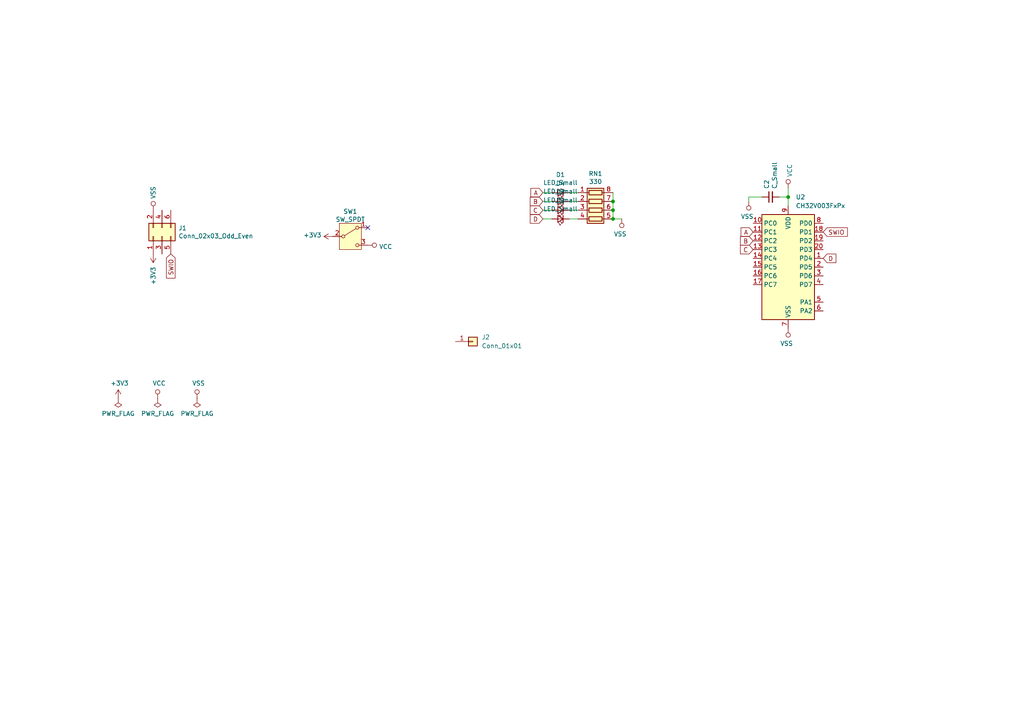
<source format=kicad_sch>
(kicad_sch
	(version 20231120)
	(generator "eeschema")
	(generator_version "8.0")
	(uuid "2c3898c7-9f13-4f33-8bb2-19e8401624be")
	(paper "A4")
	(lib_symbols
		(symbol "Connector_Generic:Conn_01x01"
			(pin_names
				(offset 1.016) hide)
			(exclude_from_sim no)
			(in_bom yes)
			(on_board yes)
			(property "Reference" "J"
				(at 0 2.54 0)
				(effects
					(font
						(size 1.27 1.27)
					)
				)
			)
			(property "Value" "Conn_01x01"
				(at 0 -2.54 0)
				(effects
					(font
						(size 1.27 1.27)
					)
				)
			)
			(property "Footprint" ""
				(at 0 0 0)
				(effects
					(font
						(size 1.27 1.27)
					)
					(hide yes)
				)
			)
			(property "Datasheet" "~"
				(at 0 0 0)
				(effects
					(font
						(size 1.27 1.27)
					)
					(hide yes)
				)
			)
			(property "Description" "Generic connector, single row, 01x01, script generated (kicad-library-utils/schlib/autogen/connector/)"
				(at 0 0 0)
				(effects
					(font
						(size 1.27 1.27)
					)
					(hide yes)
				)
			)
			(property "ki_keywords" "connector"
				(at 0 0 0)
				(effects
					(font
						(size 1.27 1.27)
					)
					(hide yes)
				)
			)
			(property "ki_fp_filters" "Connector*:*_1x??_*"
				(at 0 0 0)
				(effects
					(font
						(size 1.27 1.27)
					)
					(hide yes)
				)
			)
			(symbol "Conn_01x01_1_1"
				(rectangle
					(start -1.27 0.127)
					(end 0 -0.127)
					(stroke
						(width 0.1524)
						(type default)
					)
					(fill
						(type none)
					)
				)
				(rectangle
					(start -1.27 1.27)
					(end 1.27 -1.27)
					(stroke
						(width 0.254)
						(type default)
					)
					(fill
						(type background)
					)
				)
				(pin passive line
					(at -5.08 0 0)
					(length 3.81)
					(name "Pin_1"
						(effects
							(font
								(size 1.27 1.27)
							)
						)
					)
					(number "1"
						(effects
							(font
								(size 1.27 1.27)
							)
						)
					)
				)
			)
		)
		(symbol "Connector_Generic:Conn_02x03_Odd_Even"
			(pin_names
				(offset 1.016) hide)
			(exclude_from_sim no)
			(in_bom yes)
			(on_board yes)
			(property "Reference" "J"
				(at 1.27 5.08 0)
				(effects
					(font
						(size 1.27 1.27)
					)
				)
			)
			(property "Value" "Conn_02x03_Odd_Even"
				(at 1.27 -5.08 0)
				(effects
					(font
						(size 1.27 1.27)
					)
				)
			)
			(property "Footprint" ""
				(at 0 0 0)
				(effects
					(font
						(size 1.27 1.27)
					)
					(hide yes)
				)
			)
			(property "Datasheet" "~"
				(at 0 0 0)
				(effects
					(font
						(size 1.27 1.27)
					)
					(hide yes)
				)
			)
			(property "Description" "Generic connector, double row, 02x03, odd/even pin numbering scheme (row 1 odd numbers, row 2 even numbers), script generated (kicad-library-utils/schlib/autogen/connector/)"
				(at 0 0 0)
				(effects
					(font
						(size 1.27 1.27)
					)
					(hide yes)
				)
			)
			(property "ki_keywords" "connector"
				(at 0 0 0)
				(effects
					(font
						(size 1.27 1.27)
					)
					(hide yes)
				)
			)
			(property "ki_fp_filters" "Connector*:*_2x??_*"
				(at 0 0 0)
				(effects
					(font
						(size 1.27 1.27)
					)
					(hide yes)
				)
			)
			(symbol "Conn_02x03_Odd_Even_1_1"
				(rectangle
					(start -1.27 -2.413)
					(end 0 -2.667)
					(stroke
						(width 0.1524)
						(type default)
					)
					(fill
						(type none)
					)
				)
				(rectangle
					(start -1.27 0.127)
					(end 0 -0.127)
					(stroke
						(width 0.1524)
						(type default)
					)
					(fill
						(type none)
					)
				)
				(rectangle
					(start -1.27 2.667)
					(end 0 2.413)
					(stroke
						(width 0.1524)
						(type default)
					)
					(fill
						(type none)
					)
				)
				(rectangle
					(start -1.27 3.81)
					(end 3.81 -3.81)
					(stroke
						(width 0.254)
						(type default)
					)
					(fill
						(type background)
					)
				)
				(rectangle
					(start 3.81 -2.413)
					(end 2.54 -2.667)
					(stroke
						(width 0.1524)
						(type default)
					)
					(fill
						(type none)
					)
				)
				(rectangle
					(start 3.81 0.127)
					(end 2.54 -0.127)
					(stroke
						(width 0.1524)
						(type default)
					)
					(fill
						(type none)
					)
				)
				(rectangle
					(start 3.81 2.667)
					(end 2.54 2.413)
					(stroke
						(width 0.1524)
						(type default)
					)
					(fill
						(type none)
					)
				)
				(pin passive line
					(at -5.08 2.54 0)
					(length 3.81)
					(name "Pin_1"
						(effects
							(font
								(size 1.27 1.27)
							)
						)
					)
					(number "1"
						(effects
							(font
								(size 1.27 1.27)
							)
						)
					)
				)
				(pin passive line
					(at 7.62 2.54 180)
					(length 3.81)
					(name "Pin_2"
						(effects
							(font
								(size 1.27 1.27)
							)
						)
					)
					(number "2"
						(effects
							(font
								(size 1.27 1.27)
							)
						)
					)
				)
				(pin passive line
					(at -5.08 0 0)
					(length 3.81)
					(name "Pin_3"
						(effects
							(font
								(size 1.27 1.27)
							)
						)
					)
					(number "3"
						(effects
							(font
								(size 1.27 1.27)
							)
						)
					)
				)
				(pin passive line
					(at 7.62 0 180)
					(length 3.81)
					(name "Pin_4"
						(effects
							(font
								(size 1.27 1.27)
							)
						)
					)
					(number "4"
						(effects
							(font
								(size 1.27 1.27)
							)
						)
					)
				)
				(pin passive line
					(at -5.08 -2.54 0)
					(length 3.81)
					(name "Pin_5"
						(effects
							(font
								(size 1.27 1.27)
							)
						)
					)
					(number "5"
						(effects
							(font
								(size 1.27 1.27)
							)
						)
					)
				)
				(pin passive line
					(at 7.62 -2.54 180)
					(length 3.81)
					(name "Pin_6"
						(effects
							(font
								(size 1.27 1.27)
							)
						)
					)
					(number "6"
						(effects
							(font
								(size 1.27 1.27)
							)
						)
					)
				)
			)
		)
		(symbol "Device:C_Small"
			(pin_numbers hide)
			(pin_names
				(offset 0.254) hide)
			(exclude_from_sim no)
			(in_bom yes)
			(on_board yes)
			(property "Reference" "C"
				(at 0.254 1.778 0)
				(effects
					(font
						(size 1.27 1.27)
					)
					(justify left)
				)
			)
			(property "Value" "C_Small"
				(at 0.254 -2.032 0)
				(effects
					(font
						(size 1.27 1.27)
					)
					(justify left)
				)
			)
			(property "Footprint" ""
				(at 0 0 0)
				(effects
					(font
						(size 1.27 1.27)
					)
					(hide yes)
				)
			)
			(property "Datasheet" "~"
				(at 0 0 0)
				(effects
					(font
						(size 1.27 1.27)
					)
					(hide yes)
				)
			)
			(property "Description" "Unpolarized capacitor, small symbol"
				(at 0 0 0)
				(effects
					(font
						(size 1.27 1.27)
					)
					(hide yes)
				)
			)
			(property "ki_keywords" "capacitor cap"
				(at 0 0 0)
				(effects
					(font
						(size 1.27 1.27)
					)
					(hide yes)
				)
			)
			(property "ki_fp_filters" "C_*"
				(at 0 0 0)
				(effects
					(font
						(size 1.27 1.27)
					)
					(hide yes)
				)
			)
			(symbol "C_Small_0_1"
				(polyline
					(pts
						(xy -1.524 -0.508) (xy 1.524 -0.508)
					)
					(stroke
						(width 0.3302)
						(type default)
					)
					(fill
						(type none)
					)
				)
				(polyline
					(pts
						(xy -1.524 0.508) (xy 1.524 0.508)
					)
					(stroke
						(width 0.3048)
						(type default)
					)
					(fill
						(type none)
					)
				)
			)
			(symbol "C_Small_1_1"
				(pin passive line
					(at 0 2.54 270)
					(length 2.032)
					(name "~"
						(effects
							(font
								(size 1.27 1.27)
							)
						)
					)
					(number "1"
						(effects
							(font
								(size 1.27 1.27)
							)
						)
					)
				)
				(pin passive line
					(at 0 -2.54 90)
					(length 2.032)
					(name "~"
						(effects
							(font
								(size 1.27 1.27)
							)
						)
					)
					(number "2"
						(effects
							(font
								(size 1.27 1.27)
							)
						)
					)
				)
			)
		)
		(symbol "Device:LED_Small"
			(pin_numbers hide)
			(pin_names
				(offset 0.254) hide)
			(exclude_from_sim no)
			(in_bom yes)
			(on_board yes)
			(property "Reference" "D"
				(at -1.27 3.175 0)
				(effects
					(font
						(size 1.27 1.27)
					)
					(justify left)
				)
			)
			(property "Value" "LED_Small"
				(at -4.445 -2.54 0)
				(effects
					(font
						(size 1.27 1.27)
					)
					(justify left)
				)
			)
			(property "Footprint" ""
				(at 0 0 90)
				(effects
					(font
						(size 1.27 1.27)
					)
					(hide yes)
				)
			)
			(property "Datasheet" "~"
				(at 0 0 90)
				(effects
					(font
						(size 1.27 1.27)
					)
					(hide yes)
				)
			)
			(property "Description" "Light emitting diode, small symbol"
				(at 0 0 0)
				(effects
					(font
						(size 1.27 1.27)
					)
					(hide yes)
				)
			)
			(property "ki_keywords" "LED diode light-emitting-diode"
				(at 0 0 0)
				(effects
					(font
						(size 1.27 1.27)
					)
					(hide yes)
				)
			)
			(property "ki_fp_filters" "LED* LED_SMD:* LED_THT:*"
				(at 0 0 0)
				(effects
					(font
						(size 1.27 1.27)
					)
					(hide yes)
				)
			)
			(symbol "LED_Small_0_1"
				(polyline
					(pts
						(xy -0.762 -1.016) (xy -0.762 1.016)
					)
					(stroke
						(width 0.254)
						(type default)
					)
					(fill
						(type none)
					)
				)
				(polyline
					(pts
						(xy 1.016 0) (xy -0.762 0)
					)
					(stroke
						(width 0)
						(type default)
					)
					(fill
						(type none)
					)
				)
				(polyline
					(pts
						(xy 0.762 -1.016) (xy -0.762 0) (xy 0.762 1.016) (xy 0.762 -1.016)
					)
					(stroke
						(width 0.254)
						(type default)
					)
					(fill
						(type none)
					)
				)
				(polyline
					(pts
						(xy 0 0.762) (xy -0.508 1.27) (xy -0.254 1.27) (xy -0.508 1.27) (xy -0.508 1.016)
					)
					(stroke
						(width 0)
						(type default)
					)
					(fill
						(type none)
					)
				)
				(polyline
					(pts
						(xy 0.508 1.27) (xy 0 1.778) (xy 0.254 1.778) (xy 0 1.778) (xy 0 1.524)
					)
					(stroke
						(width 0)
						(type default)
					)
					(fill
						(type none)
					)
				)
			)
			(symbol "LED_Small_1_1"
				(pin passive line
					(at -2.54 0 0)
					(length 1.778)
					(name "K"
						(effects
							(font
								(size 1.27 1.27)
							)
						)
					)
					(number "1"
						(effects
							(font
								(size 1.27 1.27)
							)
						)
					)
				)
				(pin passive line
					(at 2.54 0 180)
					(length 1.778)
					(name "A"
						(effects
							(font
								(size 1.27 1.27)
							)
						)
					)
					(number "2"
						(effects
							(font
								(size 1.27 1.27)
							)
						)
					)
				)
			)
		)
		(symbol "Device:R_Pack04"
			(pin_names
				(offset 0) hide)
			(exclude_from_sim no)
			(in_bom yes)
			(on_board yes)
			(property "Reference" "RN"
				(at -7.62 0 90)
				(effects
					(font
						(size 1.27 1.27)
					)
				)
			)
			(property "Value" "R_Pack04"
				(at 5.08 0 90)
				(effects
					(font
						(size 1.27 1.27)
					)
				)
			)
			(property "Footprint" ""
				(at 6.985 0 90)
				(effects
					(font
						(size 1.27 1.27)
					)
					(hide yes)
				)
			)
			(property "Datasheet" "~"
				(at 0 0 0)
				(effects
					(font
						(size 1.27 1.27)
					)
					(hide yes)
				)
			)
			(property "Description" "4 resistor network, parallel topology"
				(at 0 0 0)
				(effects
					(font
						(size 1.27 1.27)
					)
					(hide yes)
				)
			)
			(property "ki_keywords" "R network parallel topology isolated"
				(at 0 0 0)
				(effects
					(font
						(size 1.27 1.27)
					)
					(hide yes)
				)
			)
			(property "ki_fp_filters" "DIP* SOIC* R*Array*Concave* R*Array*Convex* MSOP*"
				(at 0 0 0)
				(effects
					(font
						(size 1.27 1.27)
					)
					(hide yes)
				)
			)
			(symbol "R_Pack04_0_1"
				(rectangle
					(start -6.35 -2.413)
					(end 3.81 2.413)
					(stroke
						(width 0.254)
						(type default)
					)
					(fill
						(type background)
					)
				)
				(rectangle
					(start -5.715 1.905)
					(end -4.445 -1.905)
					(stroke
						(width 0.254)
						(type default)
					)
					(fill
						(type none)
					)
				)
				(rectangle
					(start -3.175 1.905)
					(end -1.905 -1.905)
					(stroke
						(width 0.254)
						(type default)
					)
					(fill
						(type none)
					)
				)
				(rectangle
					(start -0.635 1.905)
					(end 0.635 -1.905)
					(stroke
						(width 0.254)
						(type default)
					)
					(fill
						(type none)
					)
				)
				(polyline
					(pts
						(xy -5.08 -2.54) (xy -5.08 -1.905)
					)
					(stroke
						(width 0)
						(type default)
					)
					(fill
						(type none)
					)
				)
				(polyline
					(pts
						(xy -5.08 1.905) (xy -5.08 2.54)
					)
					(stroke
						(width 0)
						(type default)
					)
					(fill
						(type none)
					)
				)
				(polyline
					(pts
						(xy -2.54 -2.54) (xy -2.54 -1.905)
					)
					(stroke
						(width 0)
						(type default)
					)
					(fill
						(type none)
					)
				)
				(polyline
					(pts
						(xy -2.54 1.905) (xy -2.54 2.54)
					)
					(stroke
						(width 0)
						(type default)
					)
					(fill
						(type none)
					)
				)
				(polyline
					(pts
						(xy 0 -2.54) (xy 0 -1.905)
					)
					(stroke
						(width 0)
						(type default)
					)
					(fill
						(type none)
					)
				)
				(polyline
					(pts
						(xy 0 1.905) (xy 0 2.54)
					)
					(stroke
						(width 0)
						(type default)
					)
					(fill
						(type none)
					)
				)
				(polyline
					(pts
						(xy 2.54 -2.54) (xy 2.54 -1.905)
					)
					(stroke
						(width 0)
						(type default)
					)
					(fill
						(type none)
					)
				)
				(polyline
					(pts
						(xy 2.54 1.905) (xy 2.54 2.54)
					)
					(stroke
						(width 0)
						(type default)
					)
					(fill
						(type none)
					)
				)
				(rectangle
					(start 1.905 1.905)
					(end 3.175 -1.905)
					(stroke
						(width 0.254)
						(type default)
					)
					(fill
						(type none)
					)
				)
			)
			(symbol "R_Pack04_1_1"
				(pin passive line
					(at -5.08 -5.08 90)
					(length 2.54)
					(name "R1.1"
						(effects
							(font
								(size 1.27 1.27)
							)
						)
					)
					(number "1"
						(effects
							(font
								(size 1.27 1.27)
							)
						)
					)
				)
				(pin passive line
					(at -2.54 -5.08 90)
					(length 2.54)
					(name "R2.1"
						(effects
							(font
								(size 1.27 1.27)
							)
						)
					)
					(number "2"
						(effects
							(font
								(size 1.27 1.27)
							)
						)
					)
				)
				(pin passive line
					(at 0 -5.08 90)
					(length 2.54)
					(name "R3.1"
						(effects
							(font
								(size 1.27 1.27)
							)
						)
					)
					(number "3"
						(effects
							(font
								(size 1.27 1.27)
							)
						)
					)
				)
				(pin passive line
					(at 2.54 -5.08 90)
					(length 2.54)
					(name "R4.1"
						(effects
							(font
								(size 1.27 1.27)
							)
						)
					)
					(number "4"
						(effects
							(font
								(size 1.27 1.27)
							)
						)
					)
				)
				(pin passive line
					(at 2.54 5.08 270)
					(length 2.54)
					(name "R4.2"
						(effects
							(font
								(size 1.27 1.27)
							)
						)
					)
					(number "5"
						(effects
							(font
								(size 1.27 1.27)
							)
						)
					)
				)
				(pin passive line
					(at 0 5.08 270)
					(length 2.54)
					(name "R3.2"
						(effects
							(font
								(size 1.27 1.27)
							)
						)
					)
					(number "6"
						(effects
							(font
								(size 1.27 1.27)
							)
						)
					)
				)
				(pin passive line
					(at -2.54 5.08 270)
					(length 2.54)
					(name "R2.2"
						(effects
							(font
								(size 1.27 1.27)
							)
						)
					)
					(number "7"
						(effects
							(font
								(size 1.27 1.27)
							)
						)
					)
				)
				(pin passive line
					(at -5.08 5.08 270)
					(length 2.54)
					(name "R1.2"
						(effects
							(font
								(size 1.27 1.27)
							)
						)
					)
					(number "8"
						(effects
							(font
								(size 1.27 1.27)
							)
						)
					)
				)
			)
		)
		(symbol "DumpsterElectroFire-rescue:+3V3-power"
			(power)
			(pin_names
				(offset 0)
			)
			(exclude_from_sim no)
			(in_bom yes)
			(on_board yes)
			(property "Reference" "#PWR"
				(at 0 -3.81 0)
				(effects
					(font
						(size 1.27 1.27)
					)
					(hide yes)
				)
			)
			(property "Value" "power_+3V3"
				(at 0 3.556 0)
				(effects
					(font
						(size 1.27 1.27)
					)
				)
			)
			(property "Footprint" ""
				(at 0 0 0)
				(effects
					(font
						(size 1.27 1.27)
					)
					(hide yes)
				)
			)
			(property "Datasheet" ""
				(at 0 0 0)
				(effects
					(font
						(size 1.27 1.27)
					)
					(hide yes)
				)
			)
			(property "Description" ""
				(at 0 0 0)
				(effects
					(font
						(size 1.27 1.27)
					)
					(hide yes)
				)
			)
			(symbol "+3V3-power_0_1"
				(polyline
					(pts
						(xy -0.762 1.27) (xy 0 2.54)
					)
					(stroke
						(width 0)
						(type solid)
					)
					(fill
						(type none)
					)
				)
				(polyline
					(pts
						(xy 0 0) (xy 0 2.54)
					)
					(stroke
						(width 0)
						(type solid)
					)
					(fill
						(type none)
					)
				)
				(polyline
					(pts
						(xy 0 2.54) (xy 0.762 1.27)
					)
					(stroke
						(width 0)
						(type solid)
					)
					(fill
						(type none)
					)
				)
			)
			(symbol "+3V3-power_1_1"
				(pin power_in line
					(at 0 0 90)
					(length 0) hide
					(name "+3V3"
						(effects
							(font
								(size 1.27 1.27)
							)
						)
					)
					(number "1"
						(effects
							(font
								(size 1.27 1.27)
							)
						)
					)
				)
			)
		)
		(symbol "DumpsterElectroFire-rescue:PWR_FLAG-power"
			(power)
			(pin_numbers hide)
			(pin_names
				(offset 0) hide)
			(exclude_from_sim no)
			(in_bom yes)
			(on_board yes)
			(property "Reference" "#FLG"
				(at 0 1.905 0)
				(effects
					(font
						(size 1.27 1.27)
					)
					(hide yes)
				)
			)
			(property "Value" "power_PWR_FLAG"
				(at 0 3.81 0)
				(effects
					(font
						(size 1.27 1.27)
					)
				)
			)
			(property "Footprint" ""
				(at 0 0 0)
				(effects
					(font
						(size 1.27 1.27)
					)
					(hide yes)
				)
			)
			(property "Datasheet" ""
				(at 0 0 0)
				(effects
					(font
						(size 1.27 1.27)
					)
					(hide yes)
				)
			)
			(property "Description" ""
				(at 0 0 0)
				(effects
					(font
						(size 1.27 1.27)
					)
					(hide yes)
				)
			)
			(symbol "PWR_FLAG-power_0_0"
				(pin power_out line
					(at 0 0 90)
					(length 0)
					(name "pwr"
						(effects
							(font
								(size 1.27 1.27)
							)
						)
					)
					(number "1"
						(effects
							(font
								(size 1.27 1.27)
							)
						)
					)
				)
			)
			(symbol "PWR_FLAG-power_0_1"
				(polyline
					(pts
						(xy 0 0) (xy 0 1.27) (xy -1.016 1.905) (xy 0 2.54) (xy 1.016 1.905) (xy 0 1.27)
					)
					(stroke
						(width 0)
						(type solid)
					)
					(fill
						(type none)
					)
				)
			)
		)
		(symbol "DumpsterElectroFire-rescue:VCC-power"
			(power)
			(pin_names
				(offset 0)
			)
			(exclude_from_sim no)
			(in_bom yes)
			(on_board yes)
			(property "Reference" "#PWR"
				(at 0 -3.81 0)
				(effects
					(font
						(size 1.27 1.27)
					)
					(hide yes)
				)
			)
			(property "Value" "power_VCC"
				(at 0 3.81 0)
				(effects
					(font
						(size 1.27 1.27)
					)
				)
			)
			(property "Footprint" ""
				(at 0 0 0)
				(effects
					(font
						(size 1.27 1.27)
					)
					(hide yes)
				)
			)
			(property "Datasheet" ""
				(at 0 0 0)
				(effects
					(font
						(size 1.27 1.27)
					)
					(hide yes)
				)
			)
			(property "Description" ""
				(at 0 0 0)
				(effects
					(font
						(size 1.27 1.27)
					)
					(hide yes)
				)
			)
			(symbol "VCC-power_0_1"
				(polyline
					(pts
						(xy 0 0) (xy 0 1.27)
					)
					(stroke
						(width 0)
						(type solid)
					)
					(fill
						(type none)
					)
				)
				(circle
					(center 0 1.905)
					(radius 0.635)
					(stroke
						(width 0)
						(type solid)
					)
					(fill
						(type none)
					)
				)
			)
			(symbol "VCC-power_1_1"
				(pin power_in line
					(at 0 0 90)
					(length 0) hide
					(name "VCC"
						(effects
							(font
								(size 1.27 1.27)
							)
						)
					)
					(number "1"
						(effects
							(font
								(size 1.27 1.27)
							)
						)
					)
				)
			)
		)
		(symbol "DumpsterElectroFire-rescue:VSS-power"
			(power)
			(pin_names
				(offset 0)
			)
			(exclude_from_sim no)
			(in_bom yes)
			(on_board yes)
			(property "Reference" "#PWR"
				(at 0 -3.81 0)
				(effects
					(font
						(size 1.27 1.27)
					)
					(hide yes)
				)
			)
			(property "Value" "power_VSS"
				(at 0 3.81 0)
				(effects
					(font
						(size 1.27 1.27)
					)
				)
			)
			(property "Footprint" ""
				(at 0 0 0)
				(effects
					(font
						(size 1.27 1.27)
					)
					(hide yes)
				)
			)
			(property "Datasheet" ""
				(at 0 0 0)
				(effects
					(font
						(size 1.27 1.27)
					)
					(hide yes)
				)
			)
			(property "Description" ""
				(at 0 0 0)
				(effects
					(font
						(size 1.27 1.27)
					)
					(hide yes)
				)
			)
			(symbol "VSS-power_0_1"
				(polyline
					(pts
						(xy 0 0) (xy 0 1.27)
					)
					(stroke
						(width 0)
						(type solid)
					)
					(fill
						(type none)
					)
				)
				(circle
					(center 0 1.905)
					(radius 0.635)
					(stroke
						(width 0)
						(type solid)
					)
					(fill
						(type none)
					)
				)
			)
			(symbol "VSS-power_1_1"
				(pin power_in line
					(at 0 0 90)
					(length 0) hide
					(name "VSS"
						(effects
							(font
								(size 1.27 1.27)
							)
						)
					)
					(number "1"
						(effects
							(font
								(size 1.27 1.27)
							)
						)
					)
				)
			)
		)
		(symbol "MCU_WCH_CH32V0:CH32V003FxPx"
			(exclude_from_sim no)
			(in_bom yes)
			(on_board yes)
			(property "Reference" "U"
				(at -7.62 17.78 0)
				(effects
					(font
						(size 1.27 1.27)
					)
				)
			)
			(property "Value" "CH32V003FxPx"
				(at 7.62 17.78 0)
				(effects
					(font
						(size 1.27 1.27)
					)
				)
			)
			(property "Footprint" "Package_SO:TSSOP-20_4.4x6.5mm_P0.65mm"
				(at -1.27 0 0)
				(effects
					(font
						(size 1.27 1.27)
					)
					(hide yes)
				)
			)
			(property "Datasheet" "https://www.wch-ic.com/products/CH32V003.html"
				(at -1.27 0 0)
				(effects
					(font
						(size 1.27 1.27)
					)
					(hide yes)
				)
			)
			(property "Description" "CH32V003 series are industrial-grade general-purpose microcontrollers designed based on 32-bit RISC-V instruction set and architecture. It adopts QingKe V2A core, RV32EC instruction set, and supports 2 levels of interrupt nesting. The series are mounted with rich peripheral interfaces and function modules. Its internal organizational structure meets the low-cost and low-power embedded application scenarios."
				(at 0 0 0)
				(effects
					(font
						(size 1.27 1.27)
					)
					(hide yes)
				)
			)
			(property "ki_keywords" "microcontroller wch RISC-V"
				(at 0 0 0)
				(effects
					(font
						(size 1.27 1.27)
					)
					(hide yes)
				)
			)
			(property "ki_fp_filters" "TSSOP*4.4x6.5mm*P0.65mm*"
				(at 0 0 0)
				(effects
					(font
						(size 1.27 1.27)
					)
					(hide yes)
				)
			)
			(symbol "CH32V003FxPx_1_1"
				(rectangle
					(start -7.62 15.24)
					(end 7.62 -15.24)
					(stroke
						(width 0.254)
						(type default)
					)
					(fill
						(type background)
					)
				)
				(pin bidirectional line
					(at 10.16 2.54 180)
					(length 2.54)
					(name "PD4"
						(effects
							(font
								(size 1.27 1.27)
							)
						)
					)
					(number "1"
						(effects
							(font
								(size 1.27 1.27)
							)
						)
					)
					(alternate "A7" bidirectional line)
					(alternate "OPO" bidirectional line)
					(alternate "T1CH4_3" bidirectional line)
					(alternate "T2CH1ETR" bidirectional line)
					(alternate "TIETR_2" bidirectional line)
					(alternate "UCK" bidirectional line)
				)
				(pin bidirectional line
					(at -10.16 12.7 0)
					(length 2.54)
					(name "PC0"
						(effects
							(font
								(size 1.27 1.27)
							)
						)
					)
					(number "10"
						(effects
							(font
								(size 1.27 1.27)
							)
						)
					)
					(alternate "NSS_1" bidirectional line)
					(alternate "T1CH3_1" bidirectional line)
					(alternate "T2CH3" bidirectional line)
					(alternate "T2CH3_2" bidirectional line)
					(alternate "UTX_3" bidirectional line)
				)
				(pin bidirectional line
					(at -10.16 10.16 0)
					(length 2.54)
					(name "PC1"
						(effects
							(font
								(size 1.27 1.27)
							)
						)
					)
					(number "11"
						(effects
							(font
								(size 1.27 1.27)
							)
						)
					)
					(alternate "NSS" bidirectional line)
					(alternate "SDA" bidirectional line)
					(alternate "T1BKIN_1" bidirectional line)
					(alternate "T1BKIN_3" bidirectional line)
					(alternate "T2CH1ETR_2" bidirectional line)
					(alternate "T2CH1ETR_3" bidirectional line)
					(alternate "T2CH4_1" bidirectional line)
					(alternate "URX_3" bidirectional line)
				)
				(pin bidirectional line
					(at -10.16 7.62 0)
					(length 2.54)
					(name "PC2"
						(effects
							(font
								(size 1.27 1.27)
							)
						)
					)
					(number "12"
						(effects
							(font
								(size 1.27 1.27)
							)
						)
					)
					(alternate "AETR_1" bidirectional line)
					(alternate "SCL" bidirectional line)
					(alternate "T1BKIN" bidirectional line)
					(alternate "T1BKIN_2" bidirectional line)
					(alternate "T1ETR_3" bidirectional line)
					(alternate "T2CH2_1" bidirectional line)
					(alternate "URTS" bidirectional line)
					(alternate "URTS_1" bidirectional line)
				)
				(pin bidirectional line
					(at -10.16 5.08 0)
					(length 2.54)
					(name "PC3"
						(effects
							(font
								(size 1.27 1.27)
							)
						)
					)
					(number "13"
						(effects
							(font
								(size 1.27 1.27)
							)
						)
					)
					(alternate "T1CH1N_1" bidirectional line)
					(alternate "T1CH1N_3" bidirectional line)
					(alternate "T1CH3" bidirectional line)
					(alternate "T1CH3_2" bidirectional line)
					(alternate "UCTS_1" bidirectional line)
				)
				(pin bidirectional line
					(at -10.16 2.54 0)
					(length 2.54)
					(name "PC4"
						(effects
							(font
								(size 1.27 1.27)
							)
						)
					)
					(number "14"
						(effects
							(font
								(size 1.27 1.27)
							)
						)
					)
					(alternate "A2" bidirectional line)
					(alternate "MCO" bidirectional line)
					(alternate "T1CH1_3" bidirectional line)
					(alternate "T1CH2N_1" bidirectional line)
					(alternate "T1CH4" bidirectional line)
					(alternate "T1CH4_2" bidirectional line)
				)
				(pin bidirectional line
					(at -10.16 0 0)
					(length 2.54)
					(name "PC5"
						(effects
							(font
								(size 1.27 1.27)
							)
						)
					)
					(number "15"
						(effects
							(font
								(size 1.27 1.27)
							)
						)
					)
					(alternate "SCK" bidirectional line)
					(alternate "SCK_1" bidirectional line)
					(alternate "SCL_2" bidirectional line)
					(alternate "SCL_3" bidirectional line)
					(alternate "T1CH3_3" bidirectional line)
					(alternate "T1ETR" bidirectional line)
					(alternate "T1ETR_1" bidirectional line)
					(alternate "T2CH1ETR_1" bidirectional line)
					(alternate "UCK_3" bidirectional line)
				)
				(pin bidirectional line
					(at -10.16 -2.54 0)
					(length 2.54)
					(name "PC6"
						(effects
							(font
								(size 1.27 1.27)
							)
						)
					)
					(number "16"
						(effects
							(font
								(size 1.27 1.27)
							)
						)
					)
					(alternate "MOSI" bidirectional line)
					(alternate "MOSI_1" bidirectional line)
					(alternate "SDA_2" bidirectional line)
					(alternate "SDA_3" bidirectional line)
					(alternate "T1CH1_1" bidirectional line)
					(alternate "T1CH3N_3" bidirectional line)
					(alternate "UCTS_2" bidirectional line)
					(alternate "UCTS_3" bidirectional line)
				)
				(pin bidirectional line
					(at -10.16 -5.08 0)
					(length 2.54)
					(name "PC7"
						(effects
							(font
								(size 1.27 1.27)
							)
						)
					)
					(number "17"
						(effects
							(font
								(size 1.27 1.27)
							)
						)
					)
					(alternate "MISO" bidirectional line)
					(alternate "MISO_1" bidirectional line)
					(alternate "T1CH2_1" bidirectional line)
					(alternate "T1CH2_3" bidirectional line)
					(alternate "T2CH2_3" bidirectional line)
					(alternate "URTS_2" bidirectional line)
					(alternate "URTS_3" bidirectional line)
				)
				(pin bidirectional line
					(at 10.16 10.16 180)
					(length 2.54)
					(name "PD1"
						(effects
							(font
								(size 1.27 1.27)
							)
						)
					)
					(number "18"
						(effects
							(font
								(size 1.27 1.27)
							)
						)
					)
					(alternate "AETR2" bidirectional line)
					(alternate "SCL_1" bidirectional line)
					(alternate "SWIO" bidirectional line)
					(alternate "T1CH3N" bidirectional line)
					(alternate "T1CH3N_1" bidirectional line)
					(alternate "T1CH3N_2" bidirectional line)
					(alternate "URX_1" bidirectional line)
				)
				(pin bidirectional line
					(at 10.16 7.62 180)
					(length 2.54)
					(name "PD2"
						(effects
							(font
								(size 1.27 1.27)
							)
						)
					)
					(number "19"
						(effects
							(font
								(size 1.27 1.27)
							)
						)
					)
					(alternate "A3" bidirectional line)
					(alternate "T1CH1" bidirectional line)
					(alternate "T1CH1_2" bidirectional line)
					(alternate "T1CH2N_3" bidirectional line)
					(alternate "T2CH3_1" bidirectional line)
				)
				(pin bidirectional line
					(at 10.16 0 180)
					(length 2.54)
					(name "PD5"
						(effects
							(font
								(size 1.27 1.27)
							)
						)
					)
					(number "2"
						(effects
							(font
								(size 1.27 1.27)
							)
						)
					)
					(alternate "A5" bidirectional line)
					(alternate "T2CH4_3" bidirectional line)
					(alternate "URX_2" bidirectional line)
					(alternate "UTX" bidirectional line)
				)
				(pin bidirectional line
					(at 10.16 5.08 180)
					(length 2.54)
					(name "PD3"
						(effects
							(font
								(size 1.27 1.27)
							)
						)
					)
					(number "20"
						(effects
							(font
								(size 1.27 1.27)
							)
						)
					)
					(alternate "A4" bidirectional line)
					(alternate "AETR" bidirectional line)
					(alternate "T1CH4_1" bidirectional line)
					(alternate "T2CH2" bidirectional line)
					(alternate "T2CH2_2" bidirectional line)
					(alternate "UCTS" bidirectional line)
				)
				(pin bidirectional line
					(at 10.16 -2.54 180)
					(length 2.54)
					(name "PD6"
						(effects
							(font
								(size 1.27 1.27)
							)
						)
					)
					(number "3"
						(effects
							(font
								(size 1.27 1.27)
							)
						)
					)
					(alternate "A6" bidirectional line)
					(alternate "T2CH3_3" bidirectional line)
					(alternate "URX" bidirectional line)
					(alternate "UTX_2" bidirectional line)
				)
				(pin bidirectional line
					(at 10.16 -5.08 180)
					(length 2.54)
					(name "PD7"
						(effects
							(font
								(size 1.27 1.27)
							)
						)
					)
					(number "4"
						(effects
							(font
								(size 1.27 1.27)
							)
						)
					)
					(alternate "NRST" bidirectional line)
					(alternate "OPP1" bidirectional line)
					(alternate "T2CH4" bidirectional line)
					(alternate "T2CH4_2" bidirectional line)
					(alternate "UCK_1" bidirectional line)
					(alternate "UCK_2" bidirectional line)
				)
				(pin bidirectional line
					(at 10.16 -10.16 180)
					(length 2.54)
					(name "PA1"
						(effects
							(font
								(size 1.27 1.27)
							)
						)
					)
					(number "5"
						(effects
							(font
								(size 1.27 1.27)
							)
						)
					)
					(alternate "A1" bidirectional line)
					(alternate "OPN0" bidirectional line)
					(alternate "OSCI" bidirectional line)
					(alternate "T1CH2" bidirectional line)
					(alternate "T1CH2_2" bidirectional line)
				)
				(pin bidirectional line
					(at 10.16 -12.7 180)
					(length 2.54)
					(name "PA2"
						(effects
							(font
								(size 1.27 1.27)
							)
						)
					)
					(number "6"
						(effects
							(font
								(size 1.27 1.27)
							)
						)
					)
					(alternate "A0" bidirectional line)
					(alternate "AETR2_1" bidirectional line)
					(alternate "OPP0" bidirectional line)
					(alternate "OSCO" bidirectional line)
					(alternate "TICH2N" bidirectional line)
					(alternate "TICH2N_2" bidirectional line)
				)
				(pin power_in line
					(at 0 -17.78 90)
					(length 2.54)
					(name "VSS"
						(effects
							(font
								(size 1.27 1.27)
							)
						)
					)
					(number "7"
						(effects
							(font
								(size 1.27 1.27)
							)
						)
					)
				)
				(pin bidirectional line
					(at 10.16 12.7 180)
					(length 2.54)
					(name "PD0"
						(effects
							(font
								(size 1.27 1.27)
							)
						)
					)
					(number "8"
						(effects
							(font
								(size 1.27 1.27)
							)
						)
					)
					(alternate "OPN1" bidirectional line)
					(alternate "SDA_1" bidirectional line)
					(alternate "TICH1N" bidirectional line)
					(alternate "TICH1N_2" bidirectional line)
					(alternate "UTX_1" bidirectional line)
				)
				(pin power_in line
					(at 0 17.78 270)
					(length 2.54)
					(name "VDD"
						(effects
							(font
								(size 1.27 1.27)
							)
						)
					)
					(number "9"
						(effects
							(font
								(size 1.27 1.27)
							)
						)
					)
				)
			)
		)
		(symbol "Switch:SW_SPDT"
			(pin_names
				(offset 0) hide)
			(exclude_from_sim no)
			(in_bom yes)
			(on_board yes)
			(property "Reference" "SW"
				(at 0 5.08 0)
				(effects
					(font
						(size 1.27 1.27)
					)
				)
			)
			(property "Value" "SW_SPDT"
				(at 0 -5.08 0)
				(effects
					(font
						(size 1.27 1.27)
					)
				)
			)
			(property "Footprint" ""
				(at 0 0 0)
				(effects
					(font
						(size 1.27 1.27)
					)
					(hide yes)
				)
			)
			(property "Datasheet" "~"
				(at 0 -7.62 0)
				(effects
					(font
						(size 1.27 1.27)
					)
					(hide yes)
				)
			)
			(property "Description" "Switch, single pole double throw"
				(at 0 0 0)
				(effects
					(font
						(size 1.27 1.27)
					)
					(hide yes)
				)
			)
			(property "ki_keywords" "switch single-pole double-throw spdt ON-ON"
				(at 0 0 0)
				(effects
					(font
						(size 1.27 1.27)
					)
					(hide yes)
				)
			)
			(symbol "SW_SPDT_0_1"
				(circle
					(center -2.032 0)
					(radius 0.4572)
					(stroke
						(width 0)
						(type default)
					)
					(fill
						(type none)
					)
				)
				(polyline
					(pts
						(xy -1.651 0.254) (xy 1.651 2.286)
					)
					(stroke
						(width 0)
						(type default)
					)
					(fill
						(type none)
					)
				)
				(circle
					(center 2.032 -2.54)
					(radius 0.4572)
					(stroke
						(width 0)
						(type default)
					)
					(fill
						(type none)
					)
				)
				(circle
					(center 2.032 2.54)
					(radius 0.4572)
					(stroke
						(width 0)
						(type default)
					)
					(fill
						(type none)
					)
				)
			)
			(symbol "SW_SPDT_1_1"
				(rectangle
					(start -3.175 3.81)
					(end 3.175 -3.81)
					(stroke
						(width 0)
						(type default)
					)
					(fill
						(type background)
					)
				)
				(pin passive line
					(at 5.08 2.54 180)
					(length 2.54)
					(name "A"
						(effects
							(font
								(size 1.27 1.27)
							)
						)
					)
					(number "1"
						(effects
							(font
								(size 1.27 1.27)
							)
						)
					)
				)
				(pin passive line
					(at -5.08 0 0)
					(length 2.54)
					(name "B"
						(effects
							(font
								(size 1.27 1.27)
							)
						)
					)
					(number "2"
						(effects
							(font
								(size 1.27 1.27)
							)
						)
					)
				)
				(pin passive line
					(at 5.08 -2.54 180)
					(length 2.54)
					(name "C"
						(effects
							(font
								(size 1.27 1.27)
							)
						)
					)
					(number "3"
						(effects
							(font
								(size 1.27 1.27)
							)
						)
					)
				)
			)
		)
	)
	(junction
		(at 177.8 60.96)
		(diameter 0)
		(color 0 0 0 0)
		(uuid "17ca8de4-0df9-496b-bddc-9281b29937a7")
	)
	(junction
		(at 177.8 63.5)
		(diameter 0)
		(color 0 0 0 0)
		(uuid "667d8fc3-f8bd-4138-98a9-8df3391864a0")
	)
	(junction
		(at 228.6 57.15)
		(diameter 0)
		(color 0 0 0 0)
		(uuid "b78fc4fa-ae70-4120-81da-8105b941004c")
	)
	(junction
		(at 177.8 58.42)
		(diameter 0)
		(color 0 0 0 0)
		(uuid "f3922088-7a5b-48d5-978c-f9de947db5f7")
	)
	(no_connect
		(at 106.68 66.04)
		(uuid "35303685-1c5a-463b-a67d-98c83b9288c8")
	)
	(wire
		(pts
			(xy 177.8 58.42) (xy 177.8 60.96)
		)
		(stroke
			(width 0)
			(type default)
		)
		(uuid "0068d81e-c2db-43bb-b4d2-6dd1f7f6f5c9")
	)
	(wire
		(pts
			(xy 157.48 58.42) (xy 160.02 58.42)
		)
		(stroke
			(width 0)
			(type default)
		)
		(uuid "1a44621c-aed6-4b75-96f7-34afdd0f9b84")
	)
	(wire
		(pts
			(xy 177.8 55.88) (xy 177.8 58.42)
		)
		(stroke
			(width 0)
			(type default)
		)
		(uuid "1ef9f8ff-b33f-4ba2-8f00-d2328a8dcf54")
	)
	(wire
		(pts
			(xy 165.1 55.88) (xy 167.64 55.88)
		)
		(stroke
			(width 0)
			(type default)
		)
		(uuid "35fb43a8-49a9-4671-b3ae-1825b44775ce")
	)
	(wire
		(pts
			(xy 157.48 55.88) (xy 160.02 55.88)
		)
		(stroke
			(width 0)
			(type default)
		)
		(uuid "3c1d7c97-abb6-433a-b9c0-23badaeebacc")
	)
	(wire
		(pts
			(xy 165.1 63.5) (xy 167.64 63.5)
		)
		(stroke
			(width 0)
			(type default)
		)
		(uuid "610dfd3b-6868-41f7-a528-72c06c72f9d0")
	)
	(wire
		(pts
			(xy 228.6 57.15) (xy 228.6 59.69)
		)
		(stroke
			(width 0)
			(type default)
		)
		(uuid "65ccf5f3-d95e-4dd2-a4cc-b8df640a8c91")
	)
	(wire
		(pts
			(xy 177.8 63.5) (xy 180.34 63.5)
		)
		(stroke
			(width 0)
			(type default)
		)
		(uuid "67a4752e-fbc7-451e-803a-cba15de00f55")
	)
	(wire
		(pts
			(xy 157.48 60.96) (xy 160.02 60.96)
		)
		(stroke
			(width 0)
			(type default)
		)
		(uuid "7bdec3a8-81dd-4b80-8b07-d412d14b0f02")
	)
	(wire
		(pts
			(xy 226.06 57.15) (xy 228.6 57.15)
		)
		(stroke
			(width 0)
			(type default)
		)
		(uuid "8636bd6d-a37d-475a-8377-cf26d3a67f56")
	)
	(wire
		(pts
			(xy 177.8 60.96) (xy 177.8 63.5)
		)
		(stroke
			(width 0)
			(type default)
		)
		(uuid "865b60f1-7168-4c99-8553-215b11ef0ef9")
	)
	(wire
		(pts
			(xy 220.98 57.15) (xy 217.17 57.15)
		)
		(stroke
			(width 0)
			(type default)
		)
		(uuid "8fe7cb4d-f0e3-45c2-92a2-8743242ac472")
	)
	(wire
		(pts
			(xy 228.6 54.61) (xy 228.6 57.15)
		)
		(stroke
			(width 0)
			(type default)
		)
		(uuid "9b5da358-0a0e-4eaa-afdf-46ad88ce9fd5")
	)
	(wire
		(pts
			(xy 165.1 60.96) (xy 167.64 60.96)
		)
		(stroke
			(width 0)
			(type default)
		)
		(uuid "a8f692b3-8078-4825-ba23-4522bebca076")
	)
	(wire
		(pts
			(xy 157.48 63.5) (xy 160.02 63.5)
		)
		(stroke
			(width 0)
			(type default)
		)
		(uuid "ad12df89-69e3-41cf-9e4d-f9823ffc1ea5")
	)
	(wire
		(pts
			(xy 165.1 58.42) (xy 167.64 58.42)
		)
		(stroke
			(width 0)
			(type default)
		)
		(uuid "c32f043f-959c-4584-9e13-afbffa4caccb")
	)
	(wire
		(pts
			(xy 217.17 57.15) (xy 217.17 58.42)
		)
		(stroke
			(width 0)
			(type default)
		)
		(uuid "f59b2500-2c36-4ed7-acc5-6f8f5b0fb5df")
	)
	(global_label "C"
		(shape input)
		(at 218.44 72.39 180)
		(fields_autoplaced yes)
		(effects
			(font
				(size 1.27 1.27)
			)
			(justify right)
		)
		(uuid "1d54caad-5d83-41c7-a110-22a8251f2bc8")
		(property "Intersheetrefs" "${INTERSHEET_REFS}"
			(at 214.839 72.39 0)
			(effects
				(font
					(size 1.27 1.27)
				)
				(justify right)
				(hide yes)
			)
		)
	)
	(global_label "B"
		(shape input)
		(at 157.48 58.42 180)
		(fields_autoplaced yes)
		(effects
			(font
				(size 1.27 1.27)
			)
			(justify right)
		)
		(uuid "206e4029-ab79-46e8-bbe1-251bf9e53b02")
		(property "Intersheetrefs" "${INTERSHEET_REFS}"
			(at 153.879 58.42 0)
			(effects
				(font
					(size 1.27 1.27)
				)
				(justify right)
				(hide yes)
			)
		)
	)
	(global_label "SWIO"
		(shape input)
		(at 238.76 67.31 0)
		(fields_autoplaced yes)
		(effects
			(font
				(size 1.27 1.27)
			)
			(justify left)
		)
		(uuid "2c2fa40b-b5c7-4cf8-99a5-830021bc68b2")
		(property "Intersheetrefs" "${INTERSHEET_REFS}"
			(at 245.6872 67.31 0)
			(effects
				(font
					(size 1.27 1.27)
				)
				(justify left)
				(hide yes)
			)
		)
	)
	(global_label "D"
		(shape input)
		(at 157.48 63.5 180)
		(fields_autoplaced yes)
		(effects
			(font
				(size 1.27 1.27)
			)
			(justify right)
		)
		(uuid "3aebc29e-1f94-4993-91ab-e5bd5952ac1d")
		(property "Intersheetrefs" "${INTERSHEET_REFS}"
			(at 153.879 63.5 0)
			(effects
				(font
					(size 1.27 1.27)
				)
				(justify right)
				(hide yes)
			)
		)
	)
	(global_label "C"
		(shape input)
		(at 157.48 60.96 180)
		(fields_autoplaced yes)
		(effects
			(font
				(size 1.27 1.27)
			)
			(justify right)
		)
		(uuid "45700909-46e3-408d-ad09-a68162b17045")
		(property "Intersheetrefs" "${INTERSHEET_REFS}"
			(at 153.879 60.96 0)
			(effects
				(font
					(size 1.27 1.27)
				)
				(justify right)
				(hide yes)
			)
		)
	)
	(global_label "SWIO"
		(shape input)
		(at 49.53 73.66 270)
		(fields_autoplaced yes)
		(effects
			(font
				(size 1.27 1.27)
			)
			(justify right)
		)
		(uuid "486c4950-59e5-4624-bf9d-5b5c72c9d0e0")
		(property "Intersheetrefs" "${INTERSHEET_REFS}"
			(at 49.53 80.5872 90)
			(effects
				(font
					(size 1.27 1.27)
				)
				(justify right)
				(hide yes)
			)
		)
	)
	(global_label "D"
		(shape input)
		(at 238.76 74.93 0)
		(fields_autoplaced yes)
		(effects
			(font
				(size 1.27 1.27)
			)
			(justify left)
		)
		(uuid "79055140-f517-46f1-8198-d856aa5b9c44")
		(property "Intersheetrefs" "${INTERSHEET_REFS}"
			(at 242.361 74.93 0)
			(effects
				(font
					(size 1.27 1.27)
				)
				(justify left)
				(hide yes)
			)
		)
	)
	(global_label "B"
		(shape input)
		(at 218.44 69.85 180)
		(fields_autoplaced yes)
		(effects
			(font
				(size 1.27 1.27)
			)
			(justify right)
		)
		(uuid "832dfe6c-cec7-46de-ae36-56cc830c8e2a")
		(property "Intersheetrefs" "${INTERSHEET_REFS}"
			(at 214.839 69.85 0)
			(effects
				(font
					(size 1.27 1.27)
				)
				(justify right)
				(hide yes)
			)
		)
	)
	(global_label "A"
		(shape input)
		(at 218.44 67.31 180)
		(fields_autoplaced yes)
		(effects
			(font
				(size 1.27 1.27)
			)
			(justify right)
		)
		(uuid "a1271c40-0d19-43c8-adf8-cef1e755d5e0")
		(property "Intersheetrefs" "${INTERSHEET_REFS}"
			(at 215.0204 67.31 0)
			(effects
				(font
					(size 1.27 1.27)
				)
				(justify right)
				(hide yes)
			)
		)
	)
	(global_label "A"
		(shape input)
		(at 157.48 55.88 180)
		(fields_autoplaced yes)
		(effects
			(font
				(size 1.27 1.27)
			)
			(justify right)
		)
		(uuid "c266593d-cfa5-4916-a76e-fad7dfb4eed7")
		(property "Intersheetrefs" "${INTERSHEET_REFS}"
			(at 154.0604 55.88 0)
			(effects
				(font
					(size 1.27 1.27)
				)
				(justify right)
				(hide yes)
			)
		)
	)
	(symbol
		(lib_id "Connector_Generic:Conn_02x03_Odd_Even")
		(at 46.99 68.58 90)
		(unit 1)
		(exclude_from_sim no)
		(in_bom yes)
		(on_board yes)
		(dnp no)
		(uuid "00000000-0000-0000-0000-00005cf14cbd")
		(property "Reference" "J1"
			(at 51.7652 66.1416 90)
			(effects
				(font
					(size 1.27 1.27)
				)
				(justify right)
			)
		)
		(property "Value" "Conn_02x03_Odd_Even"
			(at 51.7652 68.453 90)
			(effects
				(font
					(size 1.27 1.27)
				)
				(justify right)
			)
		)
		(property "Footprint" "Connector_PinHeader_2.54mm:PinHeader_2x03_P2.54mm_Vertical_SMD"
			(at 46.99 68.58 0)
			(effects
				(font
					(size 1.27 1.27)
				)
				(hide yes)
			)
		)
		(property "Datasheet" "~"
			(at 46.99 68.58 0)
			(effects
				(font
					(size 1.27 1.27)
				)
				(hide yes)
			)
		)
		(property "Description" ""
			(at 46.99 68.58 0)
			(effects
				(font
					(size 1.27 1.27)
				)
				(hide yes)
			)
		)
		(pin "2"
			(uuid "f52a38ad-b605-4fcc-b4e9-129781d5c2d4")
		)
		(pin "6"
			(uuid "6f3ae8ef-35ec-4a69-a7bd-aaaeb402182b")
		)
		(pin "3"
			(uuid "6e944f54-f235-423e-a952-196ab244fa57")
		)
		(pin "1"
			(uuid "c775a563-5bcc-4cb2-b96d-b304b8cf7201")
		)
		(pin "5"
			(uuid "eb5f59a7-38ba-4eb3-99a3-ddf5385a2b5d")
		)
		(pin "4"
			(uuid "ab669b6d-64d9-43e8-b8f5-f18c532c4d5f")
		)
		(instances
			(project ""
				(path "/2c3898c7-9f13-4f33-8bb2-19e8401624be"
					(reference "J1")
					(unit 1)
				)
			)
		)
	)
	(symbol
		(lib_id "DumpsterElectroFire-rescue:+3V3-power")
		(at 44.45 73.66 180)
		(unit 1)
		(exclude_from_sim no)
		(in_bom yes)
		(on_board yes)
		(dnp no)
		(uuid "00000000-0000-0000-0000-00005cf15c4f")
		(property "Reference" "#PWR06"
			(at 44.45 69.85 0)
			(effects
				(font
					(size 1.27 1.27)
				)
				(hide yes)
			)
		)
		(property "Value" "+3V3"
			(at 44.45 80.01 90)
			(effects
				(font
					(size 1.27 1.27)
				)
			)
		)
		(property "Footprint" ""
			(at 44.45 73.66 0)
			(effects
				(font
					(size 1.27 1.27)
				)
				(hide yes)
			)
		)
		(property "Datasheet" ""
			(at 44.45 73.66 0)
			(effects
				(font
					(size 1.27 1.27)
				)
				(hide yes)
			)
		)
		(property "Description" ""
			(at 44.45 73.66 0)
			(effects
				(font
					(size 1.27 1.27)
				)
				(hide yes)
			)
		)
		(pin "1"
			(uuid "33e3453f-469b-494e-829f-5d3d586aa120")
		)
		(instances
			(project ""
				(path "/2c3898c7-9f13-4f33-8bb2-19e8401624be"
					(reference "#PWR06")
					(unit 1)
				)
			)
		)
	)
	(symbol
		(lib_id "DumpsterElectroFire-rescue:VSS-power")
		(at 44.45 60.96 0)
		(unit 1)
		(exclude_from_sim no)
		(in_bom yes)
		(on_board yes)
		(dnp no)
		(uuid "00000000-0000-0000-0000-00005cf15e25")
		(property "Reference" "#PWR02"
			(at 44.45 64.77 0)
			(effects
				(font
					(size 1.27 1.27)
				)
				(hide yes)
			)
		)
		(property "Value" "VSS"
			(at 44.45 55.88 90)
			(effects
				(font
					(size 1.27 1.27)
				)
			)
		)
		(property "Footprint" ""
			(at 44.45 60.96 0)
			(effects
				(font
					(size 1.27 1.27)
				)
				(hide yes)
			)
		)
		(property "Datasheet" ""
			(at 44.45 60.96 0)
			(effects
				(font
					(size 1.27 1.27)
				)
				(hide yes)
			)
		)
		(property "Description" ""
			(at 44.45 60.96 0)
			(effects
				(font
					(size 1.27 1.27)
				)
				(hide yes)
			)
		)
		(pin "1"
			(uuid "81e8b171-cc2a-4b4d-bcde-f53cbe9123e8")
		)
		(instances
			(project ""
				(path "/2c3898c7-9f13-4f33-8bb2-19e8401624be"
					(reference "#PWR02")
					(unit 1)
				)
			)
		)
	)
	(symbol
		(lib_id "Device:R_Pack04")
		(at 172.72 60.96 270)
		(unit 1)
		(exclude_from_sim no)
		(in_bom yes)
		(on_board yes)
		(dnp no)
		(uuid "00000000-0000-0000-0000-00005cf16a90")
		(property "Reference" "RN1"
			(at 172.72 50.3682 90)
			(effects
				(font
					(size 1.27 1.27)
				)
			)
		)
		(property "Value" "330"
			(at 172.72 52.6796 90)
			(effects
				(font
					(size 1.27 1.27)
				)
			)
		)
		(property "Footprint" "Resistor_SMD:R_Array_Convex_4x0603"
			(at 172.72 67.945 90)
			(effects
				(font
					(size 1.27 1.27)
				)
				(hide yes)
			)
		)
		(property "Datasheet" "~"
			(at 172.72 60.96 0)
			(effects
				(font
					(size 1.27 1.27)
				)
				(hide yes)
			)
		)
		(property "Description" ""
			(at 172.72 60.96 0)
			(effects
				(font
					(size 1.27 1.27)
				)
				(hide yes)
			)
		)
		(pin "2"
			(uuid "d5a467ff-f681-4442-bf6c-6090760d04eb")
		)
		(pin "7"
			(uuid "9f1ef607-53a8-430c-bebe-a2b9e6a9efe5")
		)
		(pin "4"
			(uuid "7588e6ab-a7fd-44c6-bcb8-dfcbfb3d604b")
		)
		(pin "3"
			(uuid "47c84593-52df-435b-affa-8c8ac67ec99d")
		)
		(pin "6"
			(uuid "1b4d8635-dca4-4651-ad97-3e07ff270227")
		)
		(pin "8"
			(uuid "33e10429-62f0-496d-84d1-3cd8b403b377")
		)
		(pin "1"
			(uuid "1a42f58b-ed16-4a5e-bd2a-474f1a4dfd5c")
		)
		(pin "5"
			(uuid "f5f54a41-bdaa-4550-ad2d-3ff21c55ab02")
		)
		(instances
			(project ""
				(path "/2c3898c7-9f13-4f33-8bb2-19e8401624be"
					(reference "RN1")
					(unit 1)
				)
			)
		)
	)
	(symbol
		(lib_id "DumpsterElectroFire-rescue:VSS-power")
		(at 180.34 63.5 180)
		(unit 1)
		(exclude_from_sim no)
		(in_bom yes)
		(on_board yes)
		(dnp no)
		(uuid "00000000-0000-0000-0000-00005cf17fb3")
		(property "Reference" "#PWR03"
			(at 180.34 59.69 0)
			(effects
				(font
					(size 1.27 1.27)
				)
				(hide yes)
			)
		)
		(property "Value" "VSS"
			(at 179.8828 67.8942 0)
			(effects
				(font
					(size 1.27 1.27)
				)
			)
		)
		(property "Footprint" ""
			(at 180.34 63.5 0)
			(effects
				(font
					(size 1.27 1.27)
				)
				(hide yes)
			)
		)
		(property "Datasheet" ""
			(at 180.34 63.5 0)
			(effects
				(font
					(size 1.27 1.27)
				)
				(hide yes)
			)
		)
		(property "Description" ""
			(at 180.34 63.5 0)
			(effects
				(font
					(size 1.27 1.27)
				)
				(hide yes)
			)
		)
		(pin "1"
			(uuid "57e3bfb8-49c8-4623-bcf7-6e53f249378f")
		)
		(instances
			(project ""
				(path "/2c3898c7-9f13-4f33-8bb2-19e8401624be"
					(reference "#PWR03")
					(unit 1)
				)
			)
		)
	)
	(symbol
		(lib_id "Device:LED_Small")
		(at 162.56 55.88 180)
		(unit 1)
		(exclude_from_sim no)
		(in_bom yes)
		(on_board yes)
		(dnp no)
		(uuid "00000000-0000-0000-0000-00005cf183ea")
		(property "Reference" "D1"
			(at 162.56 50.673 0)
			(effects
				(font
					(size 1.27 1.27)
				)
			)
		)
		(property "Value" "LED_Small"
			(at 162.56 52.9844 0)
			(effects
				(font
					(size 1.27 1.27)
				)
			)
		)
		(property "Footprint" "LED_SMD:LED_0603_1608Metric"
			(at 162.56 55.88 90)
			(effects
				(font
					(size 1.27 1.27)
				)
				(hide yes)
			)
		)
		(property "Datasheet" "~"
			(at 162.56 55.88 90)
			(effects
				(font
					(size 1.27 1.27)
				)
				(hide yes)
			)
		)
		(property "Description" ""
			(at 162.56 55.88 0)
			(effects
				(font
					(size 1.27 1.27)
				)
				(hide yes)
			)
		)
		(pin "1"
			(uuid "d33a197a-d690-467b-b137-3f9422f45966")
		)
		(pin "2"
			(uuid "69597866-89d9-4f36-9bb9-077856e12b16")
		)
		(instances
			(project ""
				(path "/2c3898c7-9f13-4f33-8bb2-19e8401624be"
					(reference "D1")
					(unit 1)
				)
			)
		)
	)
	(symbol
		(lib_id "Device:LED_Small")
		(at 162.56 63.5 180)
		(unit 1)
		(exclude_from_sim no)
		(in_bom yes)
		(on_board yes)
		(dnp no)
		(uuid "00000000-0000-0000-0000-00005cf19449")
		(property "Reference" "D2"
			(at 162.56 58.293 0)
			(effects
				(font
					(size 1.27 1.27)
				)
			)
		)
		(property "Value" "LED_Small"
			(at 162.56 60.6044 0)
			(effects
				(font
					(size 1.27 1.27)
				)
			)
		)
		(property "Footprint" "LED_SMD:LED_0603_1608Metric"
			(at 162.56 63.5 90)
			(effects
				(font
					(size 1.27 1.27)
				)
				(hide yes)
			)
		)
		(property "Datasheet" "~"
			(at 162.56 63.5 90)
			(effects
				(font
					(size 1.27 1.27)
				)
				(hide yes)
			)
		)
		(property "Description" ""
			(at 162.56 63.5 0)
			(effects
				(font
					(size 1.27 1.27)
				)
				(hide yes)
			)
		)
		(pin "2"
			(uuid "57c954a6-255d-4164-b594-223a5140206e")
		)
		(pin "1"
			(uuid "123010db-6db9-4ad3-b0ee-d2911f399b82")
		)
		(instances
			(project ""
				(path "/2c3898c7-9f13-4f33-8bb2-19e8401624be"
					(reference "D2")
					(unit 1)
				)
			)
		)
	)
	(symbol
		(lib_id "Device:LED_Small")
		(at 162.56 60.96 180)
		(unit 1)
		(exclude_from_sim no)
		(in_bom yes)
		(on_board yes)
		(dnp no)
		(uuid "00000000-0000-0000-0000-00005cf1a490")
		(property "Reference" "D3"
			(at 162.56 55.753 0)
			(effects
				(font
					(size 1.27 1.27)
				)
			)
		)
		(property "Value" "LED_Small"
			(at 162.56 58.0644 0)
			(effects
				(font
					(size 1.27 1.27)
				)
			)
		)
		(property "Footprint" "LED_SMD:LED_0603_1608Metric"
			(at 162.56 60.96 90)
			(effects
				(font
					(size 1.27 1.27)
				)
				(hide yes)
			)
		)
		(property "Datasheet" "~"
			(at 162.56 60.96 90)
			(effects
				(font
					(size 1.27 1.27)
				)
				(hide yes)
			)
		)
		(property "Description" ""
			(at 162.56 60.96 0)
			(effects
				(font
					(size 1.27 1.27)
				)
				(hide yes)
			)
		)
		(pin "1"
			(uuid "0bfe4d60-56ef-41d7-8287-53154721ab7c")
		)
		(pin "2"
			(uuid "702de663-c00f-47e3-8083-9cf084f61fdd")
		)
		(instances
			(project ""
				(path "/2c3898c7-9f13-4f33-8bb2-19e8401624be"
					(reference "D3")
					(unit 1)
				)
			)
		)
	)
	(symbol
		(lib_id "Device:LED_Small")
		(at 162.56 58.42 180)
		(unit 1)
		(exclude_from_sim no)
		(in_bom yes)
		(on_board yes)
		(dnp no)
		(uuid "00000000-0000-0000-0000-00005cf1a4a4")
		(property "Reference" "D4"
			(at 162.56 53.213 0)
			(effects
				(font
					(size 1.27 1.27)
				)
			)
		)
		(property "Value" "LED_Small"
			(at 162.56 55.5244 0)
			(effects
				(font
					(size 1.27 1.27)
				)
			)
		)
		(property "Footprint" "LED_SMD:LED_0603_1608Metric"
			(at 162.56 58.42 90)
			(effects
				(font
					(size 1.27 1.27)
				)
				(hide yes)
			)
		)
		(property "Datasheet" "~"
			(at 162.56 58.42 90)
			(effects
				(font
					(size 1.27 1.27)
				)
				(hide yes)
			)
		)
		(property "Description" ""
			(at 162.56 58.42 0)
			(effects
				(font
					(size 1.27 1.27)
				)
				(hide yes)
			)
		)
		(pin "1"
			(uuid "c06b5f13-386c-4df7-bd87-52ccb2b772c7")
		)
		(pin "2"
			(uuid "7227de7e-ca86-4056-be45-4a21d003e114")
		)
		(instances
			(project ""
				(path "/2c3898c7-9f13-4f33-8bb2-19e8401624be"
					(reference "D4")
					(unit 1)
				)
			)
		)
	)
	(symbol
		(lib_id "DumpsterElectroFire-rescue:+3V3-power")
		(at 34.29 115.57 0)
		(unit 1)
		(exclude_from_sim no)
		(in_bom yes)
		(on_board yes)
		(dnp no)
		(uuid "00000000-0000-0000-0000-00005cf2cf7c")
		(property "Reference" "#PWR07"
			(at 34.29 119.38 0)
			(effects
				(font
					(size 1.27 1.27)
				)
				(hide yes)
			)
		)
		(property "Value" "+3V3"
			(at 34.671 111.1758 0)
			(effects
				(font
					(size 1.27 1.27)
				)
			)
		)
		(property "Footprint" ""
			(at 34.29 115.57 0)
			(effects
				(font
					(size 1.27 1.27)
				)
				(hide yes)
			)
		)
		(property "Datasheet" ""
			(at 34.29 115.57 0)
			(effects
				(font
					(size 1.27 1.27)
				)
				(hide yes)
			)
		)
		(property "Description" ""
			(at 34.29 115.57 0)
			(effects
				(font
					(size 1.27 1.27)
				)
				(hide yes)
			)
		)
		(pin "1"
			(uuid "2dd320a5-54fa-43aa-916f-77ccabf9cea8")
		)
		(instances
			(project ""
				(path "/2c3898c7-9f13-4f33-8bb2-19e8401624be"
					(reference "#PWR07")
					(unit 1)
				)
			)
		)
	)
	(symbol
		(lib_id "DumpsterElectroFire-rescue:VCC-power")
		(at 45.72 115.57 0)
		(unit 1)
		(exclude_from_sim no)
		(in_bom yes)
		(on_board yes)
		(dnp no)
		(uuid "00000000-0000-0000-0000-00005cf3069b")
		(property "Reference" "#PWR08"
			(at 45.72 119.38 0)
			(effects
				(font
					(size 1.27 1.27)
				)
				(hide yes)
			)
		)
		(property "Value" "VCC"
			(at 46.1518 111.1758 0)
			(effects
				(font
					(size 1.27 1.27)
				)
			)
		)
		(property "Footprint" ""
			(at 45.72 115.57 0)
			(effects
				(font
					(size 1.27 1.27)
				)
				(hide yes)
			)
		)
		(property "Datasheet" ""
			(at 45.72 115.57 0)
			(effects
				(font
					(size 1.27 1.27)
				)
				(hide yes)
			)
		)
		(property "Description" ""
			(at 45.72 115.57 0)
			(effects
				(font
					(size 1.27 1.27)
				)
				(hide yes)
			)
		)
		(pin "1"
			(uuid "f1f8fb9f-0569-4756-b50b-6d8402a98f19")
		)
		(instances
			(project ""
				(path "/2c3898c7-9f13-4f33-8bb2-19e8401624be"
					(reference "#PWR08")
					(unit 1)
				)
			)
		)
	)
	(symbol
		(lib_id "DumpsterElectroFire-rescue:VSS-power")
		(at 57.15 115.57 0)
		(unit 1)
		(exclude_from_sim no)
		(in_bom yes)
		(on_board yes)
		(dnp no)
		(uuid "00000000-0000-0000-0000-00005cf30d17")
		(property "Reference" "#PWR09"
			(at 57.15 119.38 0)
			(effects
				(font
					(size 1.27 1.27)
				)
				(hide yes)
			)
		)
		(property "Value" "VSS"
			(at 57.5818 111.1758 0)
			(effects
				(font
					(size 1.27 1.27)
				)
			)
		)
		(property "Footprint" ""
			(at 57.15 115.57 0)
			(effects
				(font
					(size 1.27 1.27)
				)
				(hide yes)
			)
		)
		(property "Datasheet" ""
			(at 57.15 115.57 0)
			(effects
				(font
					(size 1.27 1.27)
				)
				(hide yes)
			)
		)
		(property "Description" ""
			(at 57.15 115.57 0)
			(effects
				(font
					(size 1.27 1.27)
				)
				(hide yes)
			)
		)
		(pin "1"
			(uuid "d3a9f097-0835-4644-9bd2-392666995f65")
		)
		(instances
			(project ""
				(path "/2c3898c7-9f13-4f33-8bb2-19e8401624be"
					(reference "#PWR09")
					(unit 1)
				)
			)
		)
	)
	(symbol
		(lib_id "DumpsterElectroFire-rescue:PWR_FLAG-power")
		(at 34.29 115.57 180)
		(unit 1)
		(exclude_from_sim no)
		(in_bom yes)
		(on_board yes)
		(dnp no)
		(uuid "00000000-0000-0000-0000-00005cf31b19")
		(property "Reference" "#FLG01"
			(at 34.29 117.475 0)
			(effects
				(font
					(size 1.27 1.27)
				)
				(hide yes)
			)
		)
		(property "Value" "PWR_FLAG"
			(at 34.29 119.9642 0)
			(effects
				(font
					(size 1.27 1.27)
				)
			)
		)
		(property "Footprint" ""
			(at 34.29 115.57 0)
			(effects
				(font
					(size 1.27 1.27)
				)
				(hide yes)
			)
		)
		(property "Datasheet" "~"
			(at 34.29 115.57 0)
			(effects
				(font
					(size 1.27 1.27)
				)
				(hide yes)
			)
		)
		(property "Description" ""
			(at 34.29 115.57 0)
			(effects
				(font
					(size 1.27 1.27)
				)
				(hide yes)
			)
		)
		(pin "1"
			(uuid "55474d20-eac0-4d34-b1ec-a776d580f945")
		)
		(instances
			(project ""
				(path "/2c3898c7-9f13-4f33-8bb2-19e8401624be"
					(reference "#FLG01")
					(unit 1)
				)
			)
		)
	)
	(symbol
		(lib_id "DumpsterElectroFire-rescue:PWR_FLAG-power")
		(at 45.72 115.57 180)
		(unit 1)
		(exclude_from_sim no)
		(in_bom yes)
		(on_board yes)
		(dnp no)
		(uuid "00000000-0000-0000-0000-00005cf31da6")
		(property "Reference" "#FLG02"
			(at 45.72 117.475 0)
			(effects
				(font
					(size 1.27 1.27)
				)
				(hide yes)
			)
		)
		(property "Value" "PWR_FLAG"
			(at 45.72 119.9642 0)
			(effects
				(font
					(size 1.27 1.27)
				)
			)
		)
		(property "Footprint" ""
			(at 45.72 115.57 0)
			(effects
				(font
					(size 1.27 1.27)
				)
				(hide yes)
			)
		)
		(property "Datasheet" "~"
			(at 45.72 115.57 0)
			(effects
				(font
					(size 1.27 1.27)
				)
				(hide yes)
			)
		)
		(property "Description" ""
			(at 45.72 115.57 0)
			(effects
				(font
					(size 1.27 1.27)
				)
				(hide yes)
			)
		)
		(pin "1"
			(uuid "ab29159c-2779-483c-a70b-09e8477fb1c4")
		)
		(instances
			(project ""
				(path "/2c3898c7-9f13-4f33-8bb2-19e8401624be"
					(reference "#FLG02")
					(unit 1)
				)
			)
		)
	)
	(symbol
		(lib_id "DumpsterElectroFire-rescue:PWR_FLAG-power")
		(at 57.15 115.57 180)
		(unit 1)
		(exclude_from_sim no)
		(in_bom yes)
		(on_board yes)
		(dnp no)
		(uuid "00000000-0000-0000-0000-00005cf31ebb")
		(property "Reference" "#FLG03"
			(at 57.15 117.475 0)
			(effects
				(font
					(size 1.27 1.27)
				)
				(hide yes)
			)
		)
		(property "Value" "PWR_FLAG"
			(at 57.15 119.9642 0)
			(effects
				(font
					(size 1.27 1.27)
				)
			)
		)
		(property "Footprint" ""
			(at 57.15 115.57 0)
			(effects
				(font
					(size 1.27 1.27)
				)
				(hide yes)
			)
		)
		(property "Datasheet" "~"
			(at 57.15 115.57 0)
			(effects
				(font
					(size 1.27 1.27)
				)
				(hide yes)
			)
		)
		(property "Description" ""
			(at 57.15 115.57 0)
			(effects
				(font
					(size 1.27 1.27)
				)
				(hide yes)
			)
		)
		(pin "1"
			(uuid "39bbde8c-b6d6-4ec8-ac70-fd01b0c6354f")
		)
		(instances
			(project ""
				(path "/2c3898c7-9f13-4f33-8bb2-19e8401624be"
					(reference "#FLG03")
					(unit 1)
				)
			)
		)
	)
	(symbol
		(lib_id "Switch:SW_SPDT")
		(at 101.6 68.58 0)
		(unit 1)
		(exclude_from_sim no)
		(in_bom yes)
		(on_board yes)
		(dnp no)
		(uuid "00000000-0000-0000-0000-00005cf4f32a")
		(property "Reference" "SW1"
			(at 101.6 61.341 0)
			(effects
				(font
					(size 1.27 1.27)
				)
			)
		)
		(property "Value" "SW_SPDT"
			(at 101.6 63.6524 0)
			(effects
				(font
					(size 1.27 1.27)
				)
			)
		)
		(property "Footprint" "BreadBoardPwr:SK-3296S_switch"
			(at 101.6 68.58 0)
			(effects
				(font
					(size 1.27 1.27)
				)
				(hide yes)
			)
		)
		(property "Datasheet" "~"
			(at 101.6 68.58 0)
			(effects
				(font
					(size 1.27 1.27)
				)
				(hide yes)
			)
		)
		(property "Description" ""
			(at 101.6 68.58 0)
			(effects
				(font
					(size 1.27 1.27)
				)
				(hide yes)
			)
		)
		(pin "2"
			(uuid "5c7bcb45-f597-4125-bb66-8bd4297fb7ff")
		)
		(pin "1"
			(uuid "b43c2e77-2740-45c6-a866-aa72ab7dd158")
		)
		(pin "3"
			(uuid "5aea3b67-b157-481e-a9c6-ff7175570e92")
		)
		(instances
			(project ""
				(path "/2c3898c7-9f13-4f33-8bb2-19e8401624be"
					(reference "SW1")
					(unit 1)
				)
			)
		)
	)
	(symbol
		(lib_id "DumpsterElectroFire-rescue:+3V3-power")
		(at 96.52 68.58 90)
		(unit 1)
		(exclude_from_sim no)
		(in_bom yes)
		(on_board yes)
		(dnp no)
		(uuid "00000000-0000-0000-0000-00005cf4f902")
		(property "Reference" "#PWR04"
			(at 100.33 68.58 0)
			(effects
				(font
					(size 1.27 1.27)
				)
				(hide yes)
			)
		)
		(property "Value" "+3V3"
			(at 93.2688 68.199 90)
			(effects
				(font
					(size 1.27 1.27)
				)
				(justify left)
			)
		)
		(property "Footprint" ""
			(at 96.52 68.58 0)
			(effects
				(font
					(size 1.27 1.27)
				)
				(hide yes)
			)
		)
		(property "Datasheet" ""
			(at 96.52 68.58 0)
			(effects
				(font
					(size 1.27 1.27)
				)
				(hide yes)
			)
		)
		(property "Description" ""
			(at 96.52 68.58 0)
			(effects
				(font
					(size 1.27 1.27)
				)
				(hide yes)
			)
		)
		(pin "1"
			(uuid "ef38556a-5fcb-4577-8752-09633fbc0fc2")
		)
		(instances
			(project ""
				(path "/2c3898c7-9f13-4f33-8bb2-19e8401624be"
					(reference "#PWR04")
					(unit 1)
				)
			)
		)
	)
	(symbol
		(lib_id "DumpsterElectroFire-rescue:VCC-power")
		(at 106.68 71.12 270)
		(unit 1)
		(exclude_from_sim no)
		(in_bom yes)
		(on_board yes)
		(dnp no)
		(uuid "00000000-0000-0000-0000-00005cf4fe62")
		(property "Reference" "#PWR05"
			(at 102.87 71.12 0)
			(effects
				(font
					(size 1.27 1.27)
				)
				(hide yes)
			)
		)
		(property "Value" "VCC"
			(at 109.9312 71.5518 90)
			(effects
				(font
					(size 1.27 1.27)
				)
				(justify left)
			)
		)
		(property "Footprint" ""
			(at 106.68 71.12 0)
			(effects
				(font
					(size 1.27 1.27)
				)
				(hide yes)
			)
		)
		(property "Datasheet" ""
			(at 106.68 71.12 0)
			(effects
				(font
					(size 1.27 1.27)
				)
				(hide yes)
			)
		)
		(property "Description" ""
			(at 106.68 71.12 0)
			(effects
				(font
					(size 1.27 1.27)
				)
				(hide yes)
			)
		)
		(pin "1"
			(uuid "2f3a30ac-988e-418a-bbf1-9e760d2456f6")
		)
		(instances
			(project ""
				(path "/2c3898c7-9f13-4f33-8bb2-19e8401624be"
					(reference "#PWR05")
					(unit 1)
				)
			)
		)
	)
	(symbol
		(lib_id "Device:C_Small")
		(at 223.52 57.15 90)
		(unit 1)
		(exclude_from_sim no)
		(in_bom yes)
		(on_board yes)
		(dnp no)
		(uuid "07e3d6e9-116f-43fa-b62e-350fe6ea8299")
		(property "Reference" "C2"
			(at 222.3516 54.8132 0)
			(effects
				(font
					(size 1.27 1.27)
				)
				(justify left)
			)
		)
		(property "Value" "C_Small"
			(at 224.663 54.8132 0)
			(effects
				(font
					(size 1.27 1.27)
				)
				(justify left)
			)
		)
		(property "Footprint" "Capacitor_SMD:C_0805_2012Metric"
			(at 223.52 57.15 0)
			(effects
				(font
					(size 1.27 1.27)
				)
				(hide yes)
			)
		)
		(property "Datasheet" "~"
			(at 223.52 57.15 0)
			(effects
				(font
					(size 1.27 1.27)
				)
				(hide yes)
			)
		)
		(property "Description" ""
			(at 223.52 57.15 0)
			(effects
				(font
					(size 1.27 1.27)
				)
				(hide yes)
			)
		)
		(pin "1"
			(uuid "eb0d76e6-4293-464e-86f0-11f875c595a7")
		)
		(pin "2"
			(uuid "9e122f16-abe1-49e2-85f8-aa0d5ad636b3")
		)
		(instances
			(project "DumpsterElectroFire"
				(path "/2c3898c7-9f13-4f33-8bb2-19e8401624be"
					(reference "C2")
					(unit 1)
				)
			)
		)
	)
	(symbol
		(lib_id "DumpsterElectroFire-rescue:VSS-power")
		(at 217.17 58.42 180)
		(unit 1)
		(exclude_from_sim no)
		(in_bom yes)
		(on_board yes)
		(dnp no)
		(uuid "277f5f95-6915-4b27-b5ad-4b8718d7b3b3")
		(property "Reference" "#PWR011"
			(at 217.17 54.61 0)
			(effects
				(font
					(size 1.27 1.27)
				)
				(hide yes)
			)
		)
		(property "Value" "VSS"
			(at 216.7128 62.8142 0)
			(effects
				(font
					(size 1.27 1.27)
				)
			)
		)
		(property "Footprint" ""
			(at 217.17 58.42 0)
			(effects
				(font
					(size 1.27 1.27)
				)
				(hide yes)
			)
		)
		(property "Datasheet" ""
			(at 217.17 58.42 0)
			(effects
				(font
					(size 1.27 1.27)
				)
				(hide yes)
			)
		)
		(property "Description" ""
			(at 217.17 58.42 0)
			(effects
				(font
					(size 1.27 1.27)
				)
				(hide yes)
			)
		)
		(pin "1"
			(uuid "d2425ed4-d8f5-40cf-a438-9423fe9bd2be")
		)
		(instances
			(project "DumpsterElectroFire"
				(path "/2c3898c7-9f13-4f33-8bb2-19e8401624be"
					(reference "#PWR011")
					(unit 1)
				)
			)
		)
	)
	(symbol
		(lib_id "DumpsterElectroFire-rescue:VCC-power")
		(at 228.6 54.61 0)
		(unit 1)
		(exclude_from_sim no)
		(in_bom yes)
		(on_board yes)
		(dnp no)
		(uuid "8b2500b5-f386-47fe-bf65-61c6e31e79de")
		(property "Reference" "#PWR010"
			(at 228.6 58.42 0)
			(effects
				(font
					(size 1.27 1.27)
				)
				(hide yes)
			)
		)
		(property "Value" "VCC"
			(at 229.0572 51.3842 90)
			(effects
				(font
					(size 1.27 1.27)
				)
				(justify left)
			)
		)
		(property "Footprint" ""
			(at 228.6 54.61 0)
			(effects
				(font
					(size 1.27 1.27)
				)
				(hide yes)
			)
		)
		(property "Datasheet" ""
			(at 228.6 54.61 0)
			(effects
				(font
					(size 1.27 1.27)
				)
				(hide yes)
			)
		)
		(property "Description" ""
			(at 228.6 54.61 0)
			(effects
				(font
					(size 1.27 1.27)
				)
				(hide yes)
			)
		)
		(pin "1"
			(uuid "26b2d24b-a507-4f0d-b0fa-a3a8604dbf7a")
		)
		(instances
			(project "DumpsterElectroFire"
				(path "/2c3898c7-9f13-4f33-8bb2-19e8401624be"
					(reference "#PWR010")
					(unit 1)
				)
			)
		)
	)
	(symbol
		(lib_id "MCU_WCH_CH32V0:CH32V003FxPx")
		(at 228.6 77.47 0)
		(unit 1)
		(exclude_from_sim no)
		(in_bom yes)
		(on_board yes)
		(dnp no)
		(fields_autoplaced yes)
		(uuid "969fa290-fd4b-4dca-b10f-02c606b21ad3")
		(property "Reference" "U2"
			(at 230.7941 57.15 0)
			(effects
				(font
					(size 1.27 1.27)
				)
				(justify left)
			)
		)
		(property "Value" "CH32V003FxPx"
			(at 230.7941 59.69 0)
			(effects
				(font
					(size 1.27 1.27)
				)
				(justify left)
			)
		)
		(property "Footprint" "Package_SO:TSSOP-20_4.4x6.5mm_P0.65mm"
			(at 227.33 77.47 0)
			(effects
				(font
					(size 1.27 1.27)
				)
				(hide yes)
			)
		)
		(property "Datasheet" "https://www.wch-ic.com/products/CH32V003.html"
			(at 227.33 77.47 0)
			(effects
				(font
					(size 1.27 1.27)
				)
				(hide yes)
			)
		)
		(property "Description" "CH32V003 series are industrial-grade general-purpose microcontrollers designed based on 32-bit RISC-V instruction set and architecture. It adopts QingKe V2A core, RV32EC instruction set, and supports 2 levels of interrupt nesting. The series are mounted with rich peripheral interfaces and function modules. Its internal organizational structure meets the low-cost and low-power embedded application scenarios."
			(at 228.6 77.47 0)
			(effects
				(font
					(size 1.27 1.27)
				)
				(hide yes)
			)
		)
		(pin "18"
			(uuid "23399b67-5792-4b4b-8128-4acc0772eeb1")
		)
		(pin "12"
			(uuid "e783da65-ed5d-4b04-bc2c-8b86769cd5bd")
		)
		(pin "13"
			(uuid "2e9a2bb9-9cfe-411b-87c8-9a26159672ee")
		)
		(pin "2"
			(uuid "516e18e8-d5e6-4524-8af4-d7fce3bb55d2")
		)
		(pin "5"
			(uuid "cd5244af-e751-4cd6-836f-712d37fab310")
		)
		(pin "6"
			(uuid "60bb5622-8470-4621-a33a-112ec65149e6")
		)
		(pin "1"
			(uuid "4935903e-b5d7-4395-8264-ea39c09798db")
		)
		(pin "14"
			(uuid "a3ae6f32-531e-4473-bef7-84bb6b8d309b")
		)
		(pin "15"
			(uuid "24c7a988-a749-4faf-8e5a-06187a5fb930")
		)
		(pin "16"
			(uuid "e97a068b-2c30-4034-b3f4-4c70a81f1580")
		)
		(pin "17"
			(uuid "8e9a5560-ea65-47b9-a23c-0f33a6f90a3f")
		)
		(pin "3"
			(uuid "8f5e343d-341d-48f8-9550-acf6da2b76a1")
		)
		(pin "4"
			(uuid "c1fa8341-799a-4a66-b9a0-445bf9f42133")
		)
		(pin "20"
			(uuid "22b60394-9650-44ec-8918-fbf0a51450b4")
		)
		(pin "10"
			(uuid "34f1e372-bfca-4574-a11b-901406ef77fe")
		)
		(pin "19"
			(uuid "447b6b71-4cd6-41be-a83d-bdf6635d85cd")
		)
		(pin "11"
			(uuid "32fce8b5-cbdd-49ad-a298-a2cf96afb806")
		)
		(pin "9"
			(uuid "14cb762b-8d87-454b-9e3d-1eb7e1dfc2a5")
		)
		(pin "7"
			(uuid "82363e60-4aa8-446c-bbf1-dfe2f64a12ad")
		)
		(pin "8"
			(uuid "f4f954d0-97eb-4d26-ba2b-a8885e8268a1")
		)
		(instances
			(project ""
				(path "/2c3898c7-9f13-4f33-8bb2-19e8401624be"
					(reference "U2")
					(unit 1)
				)
			)
		)
	)
	(symbol
		(lib_id "DumpsterElectroFire-rescue:VSS-power")
		(at 228.6 95.25 180)
		(unit 1)
		(exclude_from_sim no)
		(in_bom yes)
		(on_board yes)
		(dnp no)
		(uuid "b287914c-565a-4647-ac36-7d4cfab2f3f6")
		(property "Reference" "#PWR01"
			(at 228.6 91.44 0)
			(effects
				(font
					(size 1.27 1.27)
				)
				(hide yes)
			)
		)
		(property "Value" "VSS"
			(at 228.1428 99.6442 0)
			(effects
				(font
					(size 1.27 1.27)
				)
			)
		)
		(property "Footprint" ""
			(at 228.6 95.25 0)
			(effects
				(font
					(size 1.27 1.27)
				)
				(hide yes)
			)
		)
		(property "Datasheet" ""
			(at 228.6 95.25 0)
			(effects
				(font
					(size 1.27 1.27)
				)
				(hide yes)
			)
		)
		(property "Description" ""
			(at 228.6 95.25 0)
			(effects
				(font
					(size 1.27 1.27)
				)
				(hide yes)
			)
		)
		(pin "1"
			(uuid "625da5a6-b27f-4b1a-9ef6-528ef2cf8700")
		)
		(instances
			(project "DumpsterElectroFire"
				(path "/2c3898c7-9f13-4f33-8bb2-19e8401624be"
					(reference "#PWR01")
					(unit 1)
				)
			)
		)
	)
	(symbol
		(lib_id "Connector_Generic:Conn_01x01")
		(at 137.16 99.06 0)
		(unit 1)
		(exclude_from_sim no)
		(in_bom yes)
		(on_board yes)
		(dnp no)
		(fields_autoplaced yes)
		(uuid "f34ab89a-a142-49be-abf4-6e731e45a031")
		(property "Reference" "J2"
			(at 139.7 97.7899 0)
			(effects
				(font
					(size 1.27 1.27)
				)
				(justify left)
			)
		)
		(property "Value" "Conn_01x01"
			(at 139.7 100.3299 0)
			(effects
				(font
					(size 1.27 1.27)
				)
				(justify left)
			)
		)
		(property "Footprint" "UE_Misc:TestPoint_5016"
			(at 137.16 99.06 0)
			(effects
				(font
					(size 1.27 1.27)
				)
				(hide yes)
			)
		)
		(property "Datasheet" "~"
			(at 137.16 99.06 0)
			(effects
				(font
					(size 1.27 1.27)
				)
				(hide yes)
			)
		)
		(property "Description" "Generic connector, single row, 01x01, script generated (kicad-library-utils/schlib/autogen/connector/)"
			(at 137.16 99.06 0)
			(effects
				(font
					(size 1.27 1.27)
				)
				(hide yes)
			)
		)
		(pin "1"
			(uuid "fe1b6e5f-81f6-4cc0-bf6a-85da30bedace")
		)
		(instances
			(project ""
				(path "/2c3898c7-9f13-4f33-8bb2-19e8401624be"
					(reference "J2")
					(unit 1)
				)
			)
		)
	)
	(sheet_instances
		(path "/"
			(page "1")
		)
	)
)

</source>
